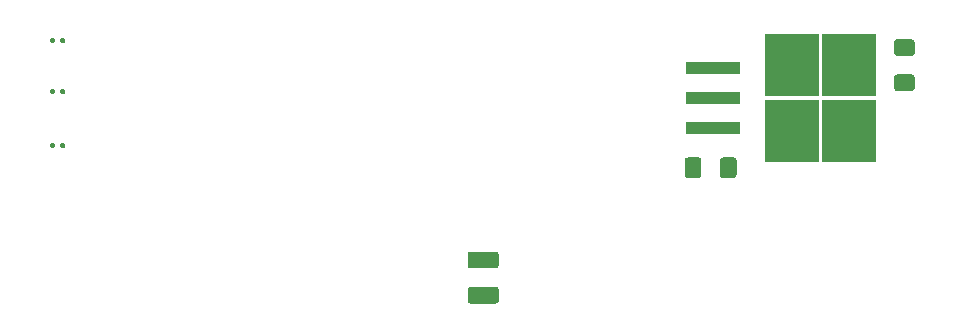
<source format=gtp>
G04 #@! TF.GenerationSoftware,KiCad,Pcbnew,(5.1.7)-1*
G04 #@! TF.CreationDate,2021-05-02T01:51:04-07:00*
G04 #@! TF.ProjectId,mouse_v2,6d6f7573-655f-4763-922e-6b696361645f,rev?*
G04 #@! TF.SameCoordinates,Original*
G04 #@! TF.FileFunction,Paste,Top*
G04 #@! TF.FilePolarity,Positive*
%FSLAX46Y46*%
G04 Gerber Fmt 4.6, Leading zero omitted, Abs format (unit mm)*
G04 Created by KiCad (PCBNEW (5.1.7)-1) date 2021-05-02 01:51:04*
%MOMM*%
%LPD*%
G01*
G04 APERTURE LIST*
%ADD10R,4.600000X1.100000*%
%ADD11R,4.550000X5.250000*%
G04 APERTURE END LIST*
G36*
G01*
X156405000Y-75778000D02*
X158555000Y-75778000D01*
G75*
G02*
X158805000Y-76028000I0J-250000D01*
G01*
X158805000Y-76953000D01*
G75*
G02*
X158555000Y-77203000I-250000J0D01*
G01*
X156405000Y-77203000D01*
G75*
G02*
X156155000Y-76953000I0J250000D01*
G01*
X156155000Y-76028000D01*
G75*
G02*
X156405000Y-75778000I250000J0D01*
G01*
G37*
G36*
G01*
X156405000Y-78753000D02*
X158555000Y-78753000D01*
G75*
G02*
X158805000Y-79003000I0J-250000D01*
G01*
X158805000Y-79928000D01*
G75*
G02*
X158555000Y-80178000I-250000J0D01*
G01*
X156405000Y-80178000D01*
G75*
G02*
X156155000Y-79928000I0J250000D01*
G01*
X156155000Y-79003000D01*
G75*
G02*
X156405000Y-78753000I250000J0D01*
G01*
G37*
G36*
G01*
X174533200Y-69306600D02*
X174533200Y-68056600D01*
G75*
G02*
X174783200Y-67806600I250000J0D01*
G01*
X175708200Y-67806600D01*
G75*
G02*
X175958200Y-68056600I0J-250000D01*
G01*
X175958200Y-69306600D01*
G75*
G02*
X175708200Y-69556600I-250000J0D01*
G01*
X174783200Y-69556600D01*
G75*
G02*
X174533200Y-69306600I0J250000D01*
G01*
G37*
G36*
G01*
X177508200Y-69306600D02*
X177508200Y-68056600D01*
G75*
G02*
X177758200Y-67806600I250000J0D01*
G01*
X178683200Y-67806600D01*
G75*
G02*
X178933200Y-68056600I0J-250000D01*
G01*
X178933200Y-69306600D01*
G75*
G02*
X178683200Y-69556600I-250000J0D01*
G01*
X177758200Y-69556600D01*
G75*
G02*
X177508200Y-69306600I0J250000D01*
G01*
G37*
D10*
X176901800Y-60248800D03*
X176901800Y-62788800D03*
X176901800Y-65328800D03*
D11*
X188476800Y-65563800D03*
X183626800Y-60013800D03*
X188476800Y-60013800D03*
X183626800Y-65563800D03*
G36*
G01*
X192516600Y-57794800D02*
X193766600Y-57794800D01*
G75*
G02*
X194016600Y-58044800I0J-250000D01*
G01*
X194016600Y-58969800D01*
G75*
G02*
X193766600Y-59219800I-250000J0D01*
G01*
X192516600Y-59219800D01*
G75*
G02*
X192266600Y-58969800I0J250000D01*
G01*
X192266600Y-58044800D01*
G75*
G02*
X192516600Y-57794800I250000J0D01*
G01*
G37*
G36*
G01*
X192516600Y-60769800D02*
X193766600Y-60769800D01*
G75*
G02*
X194016600Y-61019800I0J-250000D01*
G01*
X194016600Y-61944800D01*
G75*
G02*
X193766600Y-62194800I-250000J0D01*
G01*
X192516600Y-62194800D01*
G75*
G02*
X192266600Y-61944800I0J250000D01*
G01*
X192266600Y-61019800D01*
G75*
G02*
X192516600Y-60769800I250000J0D01*
G01*
G37*
G36*
G01*
X120787000Y-66892000D02*
X120787000Y-66712000D01*
G75*
G02*
X120877000Y-66622000I90000J0D01*
G01*
X121155000Y-66622000D01*
G75*
G02*
X121245000Y-66712000I0J-90000D01*
G01*
X121245000Y-66892000D01*
G75*
G02*
X121155000Y-66982000I-90000J0D01*
G01*
X120877000Y-66982000D01*
G75*
G02*
X120787000Y-66892000I0J90000D01*
G01*
G37*
G36*
G01*
X121652000Y-66892000D02*
X121652000Y-66712000D01*
G75*
G02*
X121742000Y-66622000I90000J0D01*
G01*
X122020000Y-66622000D01*
G75*
G02*
X122110000Y-66712000I0J-90000D01*
G01*
X122110000Y-66892000D01*
G75*
G02*
X122020000Y-66982000I-90000J0D01*
G01*
X121742000Y-66982000D01*
G75*
G02*
X121652000Y-66892000I0J90000D01*
G01*
G37*
G36*
G01*
X121652000Y-58002000D02*
X121652000Y-57822000D01*
G75*
G02*
X121742000Y-57732000I90000J0D01*
G01*
X122020000Y-57732000D01*
G75*
G02*
X122110000Y-57822000I0J-90000D01*
G01*
X122110000Y-58002000D01*
G75*
G02*
X122020000Y-58092000I-90000J0D01*
G01*
X121742000Y-58092000D01*
G75*
G02*
X121652000Y-58002000I0J90000D01*
G01*
G37*
G36*
G01*
X120787000Y-58002000D02*
X120787000Y-57822000D01*
G75*
G02*
X120877000Y-57732000I90000J0D01*
G01*
X121155000Y-57732000D01*
G75*
G02*
X121245000Y-57822000I0J-90000D01*
G01*
X121245000Y-58002000D01*
G75*
G02*
X121155000Y-58092000I-90000J0D01*
G01*
X120877000Y-58092000D01*
G75*
G02*
X120787000Y-58002000I0J90000D01*
G01*
G37*
G36*
G01*
X120787000Y-62320000D02*
X120787000Y-62140000D01*
G75*
G02*
X120877000Y-62050000I90000J0D01*
G01*
X121155000Y-62050000D01*
G75*
G02*
X121245000Y-62140000I0J-90000D01*
G01*
X121245000Y-62320000D01*
G75*
G02*
X121155000Y-62410000I-90000J0D01*
G01*
X120877000Y-62410000D01*
G75*
G02*
X120787000Y-62320000I0J90000D01*
G01*
G37*
G36*
G01*
X121652000Y-62320000D02*
X121652000Y-62140000D01*
G75*
G02*
X121742000Y-62050000I90000J0D01*
G01*
X122020000Y-62050000D01*
G75*
G02*
X122110000Y-62140000I0J-90000D01*
G01*
X122110000Y-62320000D01*
G75*
G02*
X122020000Y-62410000I-90000J0D01*
G01*
X121742000Y-62410000D01*
G75*
G02*
X121652000Y-62320000I0J90000D01*
G01*
G37*
M02*

</source>
